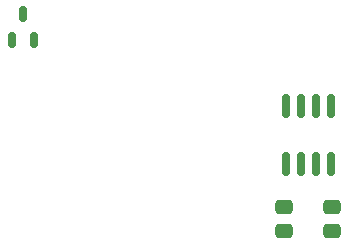
<source format=gbr>
%TF.GenerationSoftware,KiCad,Pcbnew,9.0.3*%
%TF.CreationDate,2025-10-25T21:32:03-05:00*%
%TF.ProjectId,AmmeterRelays,416d6d65-7465-4725-9265-6c6179732e6b,rev?*%
%TF.SameCoordinates,Original*%
%TF.FileFunction,Paste,Top*%
%TF.FilePolarity,Positive*%
%FSLAX46Y46*%
G04 Gerber Fmt 4.6, Leading zero omitted, Abs format (unit mm)*
G04 Created by KiCad (PCBNEW 9.0.3) date 2025-10-25 21:32:03*
%MOMM*%
%LPD*%
G01*
G04 APERTURE LIST*
G04 Aperture macros list*
%AMRoundRect*
0 Rectangle with rounded corners*
0 $1 Rounding radius*
0 $2 $3 $4 $5 $6 $7 $8 $9 X,Y pos of 4 corners*
0 Add a 4 corners polygon primitive as box body*
4,1,4,$2,$3,$4,$5,$6,$7,$8,$9,$2,$3,0*
0 Add four circle primitives for the rounded corners*
1,1,$1+$1,$2,$3*
1,1,$1+$1,$4,$5*
1,1,$1+$1,$6,$7*
1,1,$1+$1,$8,$9*
0 Add four rect primitives between the rounded corners*
20,1,$1+$1,$2,$3,$4,$5,0*
20,1,$1+$1,$4,$5,$6,$7,0*
20,1,$1+$1,$6,$7,$8,$9,0*
20,1,$1+$1,$8,$9,$2,$3,0*%
G04 Aperture macros list end*
%ADD10RoundRect,0.250000X-0.475000X0.337500X-0.475000X-0.337500X0.475000X-0.337500X0.475000X0.337500X0*%
%ADD11RoundRect,0.150000X-0.150000X0.825000X-0.150000X-0.825000X0.150000X-0.825000X0.150000X0.825000X0*%
%ADD12RoundRect,0.150000X0.150000X-0.512500X0.150000X0.512500X-0.150000X0.512500X-0.150000X-0.512500X0*%
%ADD13RoundRect,0.250000X0.475000X-0.337500X0.475000X0.337500X-0.475000X0.337500X-0.475000X-0.337500X0*%
G04 APERTURE END LIST*
D10*
%TO.C,C2*%
X49022000Y-55139500D03*
X49022000Y-53064500D03*
%TD*%
D11*
%TO.C,U1*%
X48895000Y-44515000D03*
X47625000Y-44515000D03*
X46355000Y-44515000D03*
X45085000Y-44515000D03*
X45085000Y-49465000D03*
X46355000Y-49465000D03*
X47625000Y-49465000D03*
X48895000Y-49465000D03*
%TD*%
D12*
%TO.C,Q1*%
X21910000Y-38983500D03*
X23810000Y-38983500D03*
X22860000Y-36708500D03*
%TD*%
D13*
%TO.C,C1*%
X44958000Y-55139500D03*
X44958000Y-53064500D03*
%TD*%
M02*

</source>
